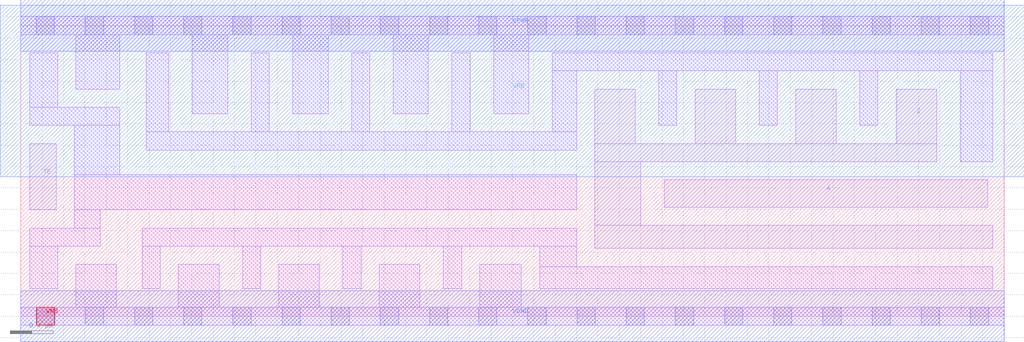
<source format=lef>
# Copyright 2020 The SkyWater PDK Authors
#
# Licensed under the Apache License, Version 2.0 (the "License");
# you may not use this file except in compliance with the License.
# You may obtain a copy of the License at
#
#     https://www.apache.org/licenses/LICENSE-2.0
#
# Unless required by applicable law or agreed to in writing, software
# distributed under the License is distributed on an "AS IS" BASIS,
# WITHOUT WARRANTIES OR CONDITIONS OF ANY KIND, either express or implied.
# See the License for the specific language governing permissions and
# limitations under the License.
#
# SPDX-License-Identifier: Apache-2.0

VERSION 5.7 ;
  NOWIREEXTENSIONATPIN ON ;
  DIVIDERCHAR "/" ;
  BUSBITCHARS "[]" ;
PROPERTYDEFINITIONS
  MACRO maskLayoutSubType STRING ;
  MACRO prCellType STRING ;
  MACRO originalViewName STRING ;
END PROPERTYDEFINITIONS
MACRO sky130_fd_sc_hdll__einvp_8
  CLASS CORE ;
  FOREIGN sky130_fd_sc_hdll__einvp_8 ;
  ORIGIN  0.000000  0.000000 ;
  SIZE  9.200000 BY  2.720000 ;
  SYMMETRY X Y R90 ;
  SITE unithd ;
  PIN A
    ANTENNAGATEAREA  2.220000 ;
    DIRECTION INPUT ;
    USE SIGNAL ;
    PORT
      LAYER li1 ;
        RECT 6.020000 1.020000 9.050000 1.275000 ;
    END
  END A
  PIN TE
    ANTENNAGATEAREA  1.057500 ;
    DIRECTION INPUT ;
    USE SIGNAL ;
    PORT
      LAYER li1 ;
        RECT 0.085000 0.995000 0.330000 1.615000 ;
    END
  END TE
  PIN VGND
    ANTENNADIFFAREA  1.014000 ;
    DIRECTION INOUT ;
    USE SIGNAL ;
    PORT
      LAYER met1 ;
        RECT 0.000000 -0.240000 9.200000 0.240000 ;
    END
  END VGND
  PIN VNB
    PORT
      LAYER pwell ;
        RECT 0.150000 -0.085000 0.320000 0.085000 ;
    END
  END VNB
  PIN VPB
    PORT
      LAYER nwell ;
        RECT -0.190000 1.305000 9.390000 2.910000 ;
    END
  END VPB
  PIN VPWR
    ANTENNADIFFAREA  1.360400 ;
    DIRECTION INOUT ;
    USE SIGNAL ;
    PORT
      LAYER met1 ;
        RECT 0.000000 2.480000 9.200000 2.960000 ;
    END
  END VPWR
  PIN Z
    ANTENNADIFFAREA  1.992000 ;
    DIRECTION OUTPUT ;
    USE SIGNAL ;
    PORT
      LAYER li1 ;
        RECT 5.370000 0.635000 9.095000 0.850000 ;
        RECT 5.370000 0.850000 5.800000 1.445000 ;
        RECT 5.370000 1.445000 8.570000 1.615000 ;
        RECT 5.370000 1.615000 5.750000 2.125000 ;
        RECT 6.310000 1.615000 6.690000 2.125000 ;
        RECT 7.250000 1.615000 7.630000 2.125000 ;
        RECT 8.190000 1.615000 8.570000 2.125000 ;
    END
  END Z
  OBS
    LAYER li1 ;
      RECT 0.000000 -0.085000 9.200000 0.085000 ;
      RECT 0.000000  2.635000 9.200000 2.805000 ;
      RECT 0.085000  0.255000 0.345000 0.655000 ;
      RECT 0.085000  0.655000 0.745000 0.825000 ;
      RECT 0.085000  1.785000 0.925000 1.955000 ;
      RECT 0.085000  1.955000 0.345000 2.465000 ;
      RECT 0.500000  0.825000 0.745000 0.995000 ;
      RECT 0.500000  0.995000 5.200000 1.325000 ;
      RECT 0.500000  1.325000 0.925000 1.785000 ;
      RECT 0.515000  0.085000 0.895000 0.485000 ;
      RECT 0.515000  2.125000 0.925000 2.635000 ;
      RECT 1.135000  0.255000 1.305000 0.655000 ;
      RECT 1.135000  0.655000 5.200000 0.825000 ;
      RECT 1.175000  1.555000 5.200000 1.725000 ;
      RECT 1.175000  1.725000 1.385000 2.465000 ;
      RECT 1.475000  0.085000 1.855000 0.485000 ;
      RECT 1.605000  1.895000 1.935000 2.635000 ;
      RECT 2.075000  0.255000 2.245000 0.655000 ;
      RECT 2.155000  1.725000 2.325000 2.465000 ;
      RECT 2.415000  0.085000 2.795000 0.485000 ;
      RECT 2.545000  1.895000 2.875000 2.635000 ;
      RECT 3.015000  0.255000 3.185000 0.655000 ;
      RECT 3.095000  1.725000 3.265000 2.465000 ;
      RECT 3.355000  0.085000 3.735000 0.485000 ;
      RECT 3.485000  1.895000 3.815000 2.635000 ;
      RECT 3.955000  0.255000 4.125000 0.655000 ;
      RECT 4.035000  1.725000 4.205000 2.465000 ;
      RECT 4.295000  0.085000 4.685000 0.485000 ;
      RECT 4.425000  1.895000 4.755000 2.635000 ;
      RECT 4.855000  0.255000 9.095000 0.465000 ;
      RECT 4.855000  0.465000 5.200000 0.655000 ;
      RECT 4.975000  1.725000 5.200000 2.295000 ;
      RECT 4.975000  2.295000 9.095000 2.465000 ;
      RECT 5.970000  1.785000 6.140000 2.295000 ;
      RECT 6.910000  1.785000 7.080000 2.295000 ;
      RECT 7.850000  1.785000 8.020000 2.295000 ;
      RECT 8.790000  1.445000 9.095000 2.295000 ;
    LAYER mcon ;
      RECT 0.145000 -0.085000 0.315000 0.085000 ;
      RECT 0.145000  2.635000 0.315000 2.805000 ;
      RECT 0.605000 -0.085000 0.775000 0.085000 ;
      RECT 0.605000  2.635000 0.775000 2.805000 ;
      RECT 1.065000 -0.085000 1.235000 0.085000 ;
      RECT 1.065000  2.635000 1.235000 2.805000 ;
      RECT 1.525000 -0.085000 1.695000 0.085000 ;
      RECT 1.525000  2.635000 1.695000 2.805000 ;
      RECT 1.985000 -0.085000 2.155000 0.085000 ;
      RECT 1.985000  2.635000 2.155000 2.805000 ;
      RECT 2.445000 -0.085000 2.615000 0.085000 ;
      RECT 2.445000  2.635000 2.615000 2.805000 ;
      RECT 2.905000 -0.085000 3.075000 0.085000 ;
      RECT 2.905000  2.635000 3.075000 2.805000 ;
      RECT 3.365000 -0.085000 3.535000 0.085000 ;
      RECT 3.365000  2.635000 3.535000 2.805000 ;
      RECT 3.825000 -0.085000 3.995000 0.085000 ;
      RECT 3.825000  2.635000 3.995000 2.805000 ;
      RECT 4.285000 -0.085000 4.455000 0.085000 ;
      RECT 4.285000  2.635000 4.455000 2.805000 ;
      RECT 4.745000 -0.085000 4.915000 0.085000 ;
      RECT 4.745000  2.635000 4.915000 2.805000 ;
      RECT 5.205000 -0.085000 5.375000 0.085000 ;
      RECT 5.205000  2.635000 5.375000 2.805000 ;
      RECT 5.665000 -0.085000 5.835000 0.085000 ;
      RECT 5.665000  2.635000 5.835000 2.805000 ;
      RECT 6.125000 -0.085000 6.295000 0.085000 ;
      RECT 6.125000  2.635000 6.295000 2.805000 ;
      RECT 6.585000 -0.085000 6.755000 0.085000 ;
      RECT 6.585000  2.635000 6.755000 2.805000 ;
      RECT 7.045000 -0.085000 7.215000 0.085000 ;
      RECT 7.045000  2.635000 7.215000 2.805000 ;
      RECT 7.505000 -0.085000 7.675000 0.085000 ;
      RECT 7.505000  2.635000 7.675000 2.805000 ;
      RECT 7.965000 -0.085000 8.135000 0.085000 ;
      RECT 7.965000  2.635000 8.135000 2.805000 ;
      RECT 8.425000 -0.085000 8.595000 0.085000 ;
      RECT 8.425000  2.635000 8.595000 2.805000 ;
      RECT 8.885000 -0.085000 9.055000 0.085000 ;
      RECT 8.885000  2.635000 9.055000 2.805000 ;
  END
  PROPERTY maskLayoutSubType "abstract" ;
  PROPERTY prCellType "standard" ;
  PROPERTY originalViewName "layout" ;
END sky130_fd_sc_hdll__einvp_8
END LIBRARY

</source>
